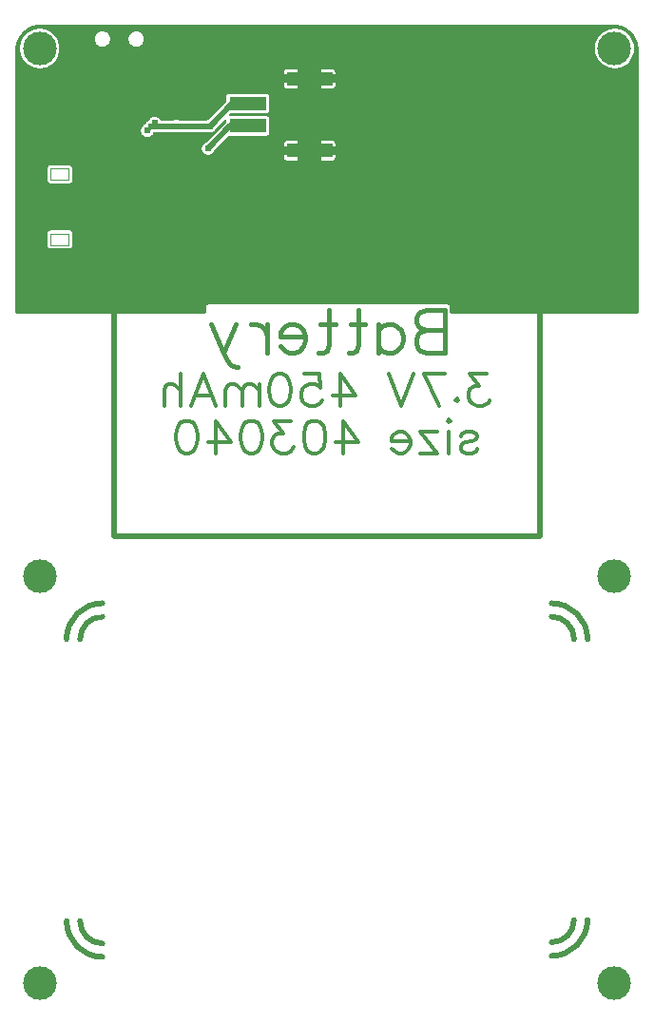
<source format=gbl>
G04 Layer: BottomLayer*
G04 EasyEDA v6.5.23, 2023-05-11 23:14:51*
G04 9144401c2488441e8b95ca08e647d0b0,10*
G04 Gerber Generator version 0.2*
G04 Scale: 100 percent, Rotated: No, Reflected: No *
G04 Dimensions in millimeters *
G04 leading zeros omitted , absolute positions ,4 integer and 5 decimal *
%FSLAX45Y45*%
%MOMM*%

%AMMACRO1*21,1,$1,$2,0,0,$3*%
%ADD10C,0.4000*%
%ADD11C,0.3000*%
%ADD12C,0.5000*%
%ADD13C,0.2540*%
%ADD14MACRO1,1.22X4X-90.0000*%
%ADD15MACRO1,1.2X3.3X-90.0000*%
%ADD16C,0.1000*%
%ADD17C,3.0000*%
%ADD18C,0.6096*%
%ADD19C,0.6100*%
%ADD20C,0.0155*%

%LPD*%
G36*
X36068Y-2599994D02*
G01*
X32156Y-2599232D01*
X28905Y-2597048D01*
X26670Y-2593746D01*
X25908Y-2589834D01*
X25908Y-250748D01*
X26822Y-230022D01*
X29413Y-210667D01*
X33680Y-191566D01*
X39624Y-172974D01*
X47142Y-154940D01*
X56184Y-137617D01*
X66700Y-121158D01*
X78638Y-105664D01*
X91897Y-91287D01*
X106324Y-78079D01*
X121869Y-66243D01*
X138379Y-55778D01*
X155702Y-46786D01*
X173786Y-39319D01*
X192430Y-33477D01*
X211531Y-29260D01*
X230936Y-26771D01*
X250748Y-25908D01*
X5349240Y-25908D01*
X5369966Y-26873D01*
X5389321Y-29464D01*
X5408422Y-33731D01*
X5427014Y-39624D01*
X5445099Y-47142D01*
X5462422Y-56184D01*
X5478881Y-66751D01*
X5494324Y-78638D01*
X5508752Y-91897D01*
X5521909Y-106324D01*
X5533796Y-121869D01*
X5544261Y-138379D01*
X5553252Y-155702D01*
X5560669Y-173786D01*
X5566511Y-192430D01*
X5570728Y-211531D01*
X5573217Y-230936D01*
X5574080Y-250748D01*
X5574080Y-2589834D01*
X5573318Y-2593746D01*
X5571083Y-2597048D01*
X5567832Y-2599232D01*
X5563920Y-2599994D01*
X3906062Y-2599994D01*
X3902151Y-2599232D01*
X3898900Y-2597048D01*
X3896664Y-2593746D01*
X3895902Y-2589834D01*
X3895902Y-2546959D01*
X3895191Y-2540609D01*
X3893261Y-2535174D01*
X3890213Y-2530246D01*
X3886098Y-2526182D01*
X3881221Y-2523083D01*
X3875735Y-2521153D01*
X3869436Y-2520442D01*
X1746910Y-2520442D01*
X1740611Y-2521153D01*
X1735124Y-2523083D01*
X1730248Y-2526182D01*
X1726133Y-2530246D01*
X1723085Y-2535174D01*
X1721154Y-2540609D01*
X1720443Y-2546959D01*
X1720443Y-2589834D01*
X1719681Y-2593746D01*
X1717497Y-2597048D01*
X1714195Y-2599232D01*
X1710283Y-2599994D01*
G37*

%LPC*%
G36*
X1100023Y-222758D02*
G01*
X1110691Y-221945D01*
X1121105Y-219456D01*
X1131062Y-215341D01*
X1140206Y-209702D01*
X1148334Y-202742D01*
X1155293Y-194614D01*
X1160932Y-185470D01*
X1165047Y-175514D01*
X1167536Y-165100D01*
X1168349Y-154432D01*
X1167536Y-143713D01*
X1165047Y-133299D01*
X1160932Y-123342D01*
X1155293Y-114198D01*
X1148334Y-106070D01*
X1140206Y-99110D01*
X1131062Y-93472D01*
X1121105Y-89357D01*
X1110691Y-86868D01*
X1100023Y-86055D01*
X1089304Y-86868D01*
X1078890Y-89357D01*
X1068933Y-93472D01*
X1059789Y-99110D01*
X1051661Y-106070D01*
X1044702Y-114198D01*
X1039063Y-123342D01*
X1034948Y-133299D01*
X1032459Y-143713D01*
X1031646Y-154432D01*
X1032459Y-165100D01*
X1034948Y-175514D01*
X1039063Y-185470D01*
X1044702Y-194614D01*
X1051661Y-202742D01*
X1059789Y-209702D01*
X1068933Y-215341D01*
X1078890Y-219456D01*
X1089304Y-221945D01*
G37*
G36*
X340258Y-2020925D02*
G01*
X499719Y-2020925D01*
X506425Y-2020214D01*
X512572Y-2018233D01*
X518159Y-2015032D01*
X522935Y-2010664D01*
X526745Y-2005482D01*
X529386Y-1999538D01*
X530707Y-1993239D01*
X530910Y-1989734D01*
X530910Y-1890268D01*
X530199Y-1883613D01*
X528218Y-1877466D01*
X525018Y-1871878D01*
X520649Y-1867052D01*
X515467Y-1863242D01*
X509524Y-1860651D01*
X503224Y-1859280D01*
X499719Y-1859127D01*
X340258Y-1859127D01*
X333603Y-1859788D01*
X327456Y-1861769D01*
X321868Y-1865020D01*
X317042Y-1869338D01*
X313232Y-1874570D01*
X310642Y-1880463D01*
X309270Y-1886762D01*
X309118Y-1890268D01*
X309118Y-1989734D01*
X309778Y-1996439D01*
X311759Y-2002586D01*
X315010Y-2008174D01*
X319328Y-2012950D01*
X324561Y-2016760D01*
X330454Y-2019401D01*
X336753Y-2020722D01*
G37*
G36*
X340258Y-1440891D02*
G01*
X499719Y-1440891D01*
X506425Y-1440230D01*
X512572Y-1438249D01*
X518159Y-1434998D01*
X522935Y-1430680D01*
X526745Y-1425448D01*
X529386Y-1419555D01*
X530707Y-1413256D01*
X530910Y-1409750D01*
X530910Y-1310284D01*
X530199Y-1303578D01*
X528218Y-1297432D01*
X525018Y-1291844D01*
X520649Y-1287068D01*
X515467Y-1283258D01*
X509524Y-1280617D01*
X503224Y-1279296D01*
X499719Y-1279093D01*
X340258Y-1279093D01*
X333603Y-1279804D01*
X327456Y-1281785D01*
X321868Y-1284986D01*
X317042Y-1289354D01*
X313232Y-1294536D01*
X310642Y-1300480D01*
X309270Y-1306779D01*
X309118Y-1310284D01*
X309118Y-1409750D01*
X309778Y-1416405D01*
X311759Y-1422552D01*
X315010Y-1428140D01*
X319328Y-1432966D01*
X324561Y-1436776D01*
X330454Y-1439367D01*
X336753Y-1440738D01*
G37*
G36*
X2752140Y-1236929D02*
G01*
X2845206Y-1236929D01*
X2851556Y-1236218D01*
X2856992Y-1234287D01*
X2861919Y-1231188D01*
X2865983Y-1227124D01*
X2869082Y-1222197D01*
X2871012Y-1216761D01*
X2871724Y-1210411D01*
X2871724Y-1186840D01*
X2752140Y-1186840D01*
G37*
G36*
X2446375Y-1236929D02*
G01*
X2539441Y-1236929D01*
X2539441Y-1186840D01*
X2419908Y-1186840D01*
X2419908Y-1210411D01*
X2420620Y-1216761D01*
X2422499Y-1222197D01*
X2425598Y-1227124D01*
X2429662Y-1231188D01*
X2434590Y-1234287D01*
X2440025Y-1236218D01*
G37*
G36*
X1740001Y-1185418D02*
G01*
X1749806Y-1184554D01*
X1759254Y-1182014D01*
X1768195Y-1177848D01*
X1776222Y-1172210D01*
X1783181Y-1165301D01*
X1788820Y-1157224D01*
X1792427Y-1149502D01*
X1794408Y-1146606D01*
X1922170Y-1018895D01*
X1925472Y-1016711D01*
X1929333Y-1015898D01*
X2258415Y-1015898D01*
X2264765Y-1015187D01*
X2270201Y-1013307D01*
X2275128Y-1010208D01*
X2279192Y-1006094D01*
X2282291Y-1001217D01*
X2284222Y-995781D01*
X2284933Y-989431D01*
X2284933Y-870559D01*
X2284222Y-864260D01*
X2282291Y-858774D01*
X2279192Y-853897D01*
X2275128Y-849782D01*
X2270201Y-846734D01*
X2264765Y-844803D01*
X2258415Y-844092D01*
X1938832Y-844092D01*
X1934921Y-843330D01*
X1931619Y-841146D01*
X1929434Y-837844D01*
X1928672Y-833932D01*
X1929434Y-830071D01*
X1931619Y-826769D01*
X1939493Y-818896D01*
X1942795Y-816711D01*
X1946706Y-815898D01*
X2258415Y-815898D01*
X2264765Y-815187D01*
X2270201Y-813308D01*
X2275128Y-810209D01*
X2279192Y-806094D01*
X2282291Y-801217D01*
X2284222Y-795782D01*
X2284933Y-789432D01*
X2284933Y-670560D01*
X2284222Y-664260D01*
X2282291Y-658774D01*
X2279192Y-653897D01*
X2275128Y-649782D01*
X2270201Y-646734D01*
X2264765Y-644804D01*
X2258415Y-644093D01*
X1929587Y-644093D01*
X1923237Y-644804D01*
X1917801Y-646734D01*
X1912874Y-649782D01*
X1908810Y-653897D01*
X1905711Y-658774D01*
X1903831Y-664260D01*
X1903120Y-670560D01*
X1903120Y-707085D01*
X1902307Y-710996D01*
X1900123Y-714298D01*
X1737817Y-876604D01*
X1733804Y-879144D01*
X1729486Y-880110D01*
X1485900Y-880110D01*
X1481582Y-879144D01*
X1479245Y-878078D01*
X1469796Y-875537D01*
X1459992Y-874674D01*
X1450187Y-875537D01*
X1440738Y-878078D01*
X1438402Y-879144D01*
X1434084Y-880110D01*
X1321155Y-880110D01*
X1317955Y-879602D01*
X1315059Y-878078D01*
X1312824Y-875792D01*
X1307338Y-867918D01*
X1300378Y-860958D01*
X1292352Y-855319D01*
X1283411Y-851204D01*
X1273962Y-848664D01*
X1264158Y-847801D01*
X1254353Y-848664D01*
X1244904Y-851204D01*
X1235964Y-855319D01*
X1227937Y-860958D01*
X1220978Y-867918D01*
X1215339Y-875944D01*
X1213002Y-881024D01*
X1210970Y-883919D01*
X1208074Y-885952D01*
X1202994Y-888288D01*
X1194968Y-893927D01*
X1188008Y-900887D01*
X1182370Y-908913D01*
X1179830Y-914400D01*
X1177798Y-917295D01*
X1174902Y-919327D01*
X1169416Y-921867D01*
X1161389Y-927506D01*
X1154430Y-934466D01*
X1148791Y-942492D01*
X1144676Y-951433D01*
X1142136Y-960882D01*
X1141272Y-970686D01*
X1142136Y-980490D01*
X1144676Y-989939D01*
X1148791Y-998880D01*
X1154430Y-1006906D01*
X1161389Y-1013866D01*
X1169416Y-1019505D01*
X1178356Y-1023619D01*
X1187805Y-1026160D01*
X1197610Y-1027023D01*
X1207414Y-1026160D01*
X1216863Y-1023619D01*
X1225804Y-1019505D01*
X1233830Y-1013866D01*
X1240790Y-1006906D01*
X1246428Y-998880D01*
X1248968Y-993394D01*
X1251000Y-990498D01*
X1253896Y-988466D01*
X1259382Y-985926D01*
X1262430Y-983742D01*
X1265224Y-982370D01*
X1268272Y-981913D01*
X1434084Y-981913D01*
X1438402Y-982878D01*
X1440738Y-983945D01*
X1450187Y-986485D01*
X1459992Y-987348D01*
X1469796Y-986485D01*
X1479245Y-983945D01*
X1481582Y-982878D01*
X1485900Y-981913D01*
X1729486Y-981913D01*
X1733804Y-982878D01*
X1736140Y-983945D01*
X1745589Y-986485D01*
X1755393Y-987348D01*
X1765198Y-986485D01*
X1774647Y-983945D01*
X1783588Y-979830D01*
X1791614Y-974191D01*
X1798574Y-967232D01*
X1804212Y-959205D01*
X1807819Y-951484D01*
X1809800Y-948588D01*
X1885746Y-872642D01*
X1889048Y-870458D01*
X1892960Y-869645D01*
X1896821Y-870458D01*
X1900123Y-872642D01*
X1902307Y-875944D01*
X1903120Y-879805D01*
X1903120Y-889762D01*
X1902307Y-893622D01*
X1900123Y-896924D01*
X1722424Y-1074623D01*
X1719529Y-1076655D01*
X1711807Y-1080262D01*
X1703781Y-1085900D01*
X1696821Y-1092809D01*
X1691182Y-1100886D01*
X1687068Y-1109776D01*
X1684528Y-1119276D01*
X1683664Y-1129080D01*
X1684528Y-1138834D01*
X1687068Y-1148334D01*
X1691182Y-1157224D01*
X1696821Y-1165301D01*
X1703781Y-1172210D01*
X1711807Y-1177848D01*
X1720748Y-1182014D01*
X1730197Y-1184554D01*
G37*
G36*
X2752140Y-1113180D02*
G01*
X2871724Y-1113180D01*
X2871724Y-1089558D01*
X2871012Y-1083259D01*
X2869082Y-1077772D01*
X2865983Y-1072896D01*
X2861919Y-1068781D01*
X2856992Y-1065733D01*
X2851556Y-1063802D01*
X2845206Y-1063091D01*
X2752140Y-1063091D01*
G37*
G36*
X2419908Y-1113180D02*
G01*
X2539441Y-1113180D01*
X2539441Y-1063091D01*
X2446375Y-1063091D01*
X2440025Y-1063802D01*
X2434590Y-1065733D01*
X2429662Y-1068781D01*
X2425598Y-1072896D01*
X2422499Y-1077772D01*
X2420620Y-1083259D01*
X2419908Y-1089558D01*
G37*
G36*
X799998Y-222808D02*
G01*
X810717Y-221996D01*
X821131Y-219506D01*
X831037Y-215392D01*
X840181Y-209753D01*
X848360Y-202793D01*
X855319Y-194665D01*
X860907Y-185521D01*
X865022Y-175564D01*
X867511Y-165150D01*
X868375Y-154482D01*
X867511Y-143764D01*
X865022Y-133350D01*
X860907Y-123393D01*
X855319Y-114249D01*
X848360Y-106121D01*
X840181Y-99161D01*
X831037Y-93522D01*
X821131Y-89408D01*
X810717Y-86918D01*
X799998Y-86106D01*
X789279Y-86918D01*
X778865Y-89408D01*
X768959Y-93522D01*
X759815Y-99161D01*
X751636Y-106121D01*
X744677Y-114249D01*
X739089Y-123393D01*
X734974Y-133350D01*
X732485Y-143764D01*
X731621Y-154482D01*
X732485Y-165150D01*
X734974Y-175564D01*
X739089Y-185521D01*
X744677Y-194665D01*
X751636Y-202793D01*
X759815Y-209753D01*
X768959Y-215392D01*
X778865Y-219506D01*
X789279Y-221996D01*
G37*
G36*
X5364530Y-415848D02*
G01*
X5382564Y-414426D01*
X5400395Y-411175D01*
X5417769Y-406146D01*
X5434533Y-399288D01*
X5450535Y-390804D01*
X5465572Y-380695D01*
X5479440Y-369112D01*
X5492089Y-356108D01*
X5503367Y-341934D01*
X5513070Y-326644D01*
X5521147Y-310438D01*
X5527548Y-293471D01*
X5532170Y-275996D01*
X5534964Y-258114D01*
X5535879Y-240029D01*
X5534964Y-221894D01*
X5532170Y-204012D01*
X5527548Y-186537D01*
X5521147Y-169570D01*
X5513070Y-153365D01*
X5503367Y-138074D01*
X5492089Y-123901D01*
X5479440Y-110896D01*
X5465572Y-99314D01*
X5450535Y-89204D01*
X5434533Y-80721D01*
X5417769Y-73863D01*
X5400395Y-68834D01*
X5382564Y-65582D01*
X5364530Y-64160D01*
X5346395Y-64617D01*
X5328462Y-66954D01*
X5310835Y-71120D01*
X5293715Y-77063D01*
X5277307Y-84734D01*
X5261813Y-94081D01*
X5247284Y-104952D01*
X5234025Y-117246D01*
X5222036Y-130860D01*
X5211572Y-145592D01*
X5202631Y-161340D01*
X5195417Y-177952D01*
X5189880Y-195224D01*
X5186172Y-212953D01*
X5184343Y-230936D01*
X5184343Y-249072D01*
X5186172Y-267055D01*
X5189880Y-284784D01*
X5195417Y-302056D01*
X5202631Y-318668D01*
X5211572Y-334416D01*
X5222036Y-349148D01*
X5234025Y-362762D01*
X5247284Y-375056D01*
X5261813Y-385927D01*
X5277307Y-395274D01*
X5293715Y-402945D01*
X5310835Y-408889D01*
X5328462Y-413054D01*
X5346395Y-415391D01*
G37*
G36*
X244551Y-415848D02*
G01*
X262585Y-414426D01*
X280416Y-411175D01*
X297789Y-406146D01*
X314553Y-399288D01*
X330555Y-390804D01*
X345592Y-380695D01*
X359460Y-369112D01*
X372110Y-356108D01*
X383387Y-341934D01*
X393090Y-326644D01*
X401167Y-310438D01*
X407568Y-293471D01*
X412191Y-275996D01*
X414985Y-258114D01*
X415899Y-240029D01*
X414985Y-221894D01*
X412191Y-204012D01*
X407568Y-186537D01*
X401167Y-169570D01*
X393090Y-153365D01*
X383387Y-138074D01*
X372110Y-123901D01*
X359460Y-110896D01*
X345592Y-99314D01*
X330555Y-89204D01*
X314553Y-80721D01*
X297789Y-73863D01*
X280416Y-68834D01*
X262585Y-65582D01*
X244551Y-64160D01*
X226415Y-64617D01*
X208483Y-66954D01*
X190855Y-71120D01*
X173736Y-77063D01*
X157327Y-84734D01*
X141833Y-94081D01*
X127304Y-104952D01*
X114046Y-117246D01*
X102057Y-130860D01*
X91592Y-145592D01*
X82651Y-161340D01*
X75438Y-177952D01*
X69900Y-195224D01*
X66192Y-212953D01*
X64363Y-230936D01*
X64363Y-249072D01*
X66192Y-267055D01*
X69900Y-284784D01*
X75438Y-302056D01*
X82651Y-318668D01*
X91592Y-334416D01*
X102057Y-349148D01*
X114046Y-362762D01*
X127304Y-375056D01*
X141833Y-385927D01*
X157327Y-395274D01*
X173736Y-402945D01*
X190855Y-408889D01*
X208483Y-413054D01*
X226415Y-415391D01*
G37*
G36*
X2419908Y-473151D02*
G01*
X2539441Y-473151D01*
X2539441Y-423113D01*
X2446375Y-423113D01*
X2440025Y-423824D01*
X2434590Y-425704D01*
X2429662Y-428802D01*
X2425598Y-432866D01*
X2422499Y-437794D01*
X2420620Y-443230D01*
X2419908Y-449580D01*
G37*
G36*
X2752140Y-473151D02*
G01*
X2871724Y-473151D01*
X2871724Y-449580D01*
X2871012Y-443230D01*
X2869082Y-437794D01*
X2865983Y-432866D01*
X2861919Y-428802D01*
X2856992Y-425704D01*
X2851556Y-423824D01*
X2845206Y-423113D01*
X2752140Y-423113D01*
G37*
G36*
X2752140Y-596900D02*
G01*
X2845206Y-596900D01*
X2851556Y-596188D01*
X2856992Y-594309D01*
X2861919Y-591210D01*
X2865983Y-587095D01*
X2869082Y-582218D01*
X2871012Y-576732D01*
X2871724Y-570433D01*
X2871724Y-546862D01*
X2752140Y-546862D01*
G37*
G36*
X2446375Y-596900D02*
G01*
X2539441Y-596900D01*
X2539441Y-546862D01*
X2419908Y-546862D01*
X2419908Y-570433D01*
X2420620Y-576732D01*
X2422499Y-582218D01*
X2425598Y-587095D01*
X2429662Y-591210D01*
X2434590Y-594309D01*
X2440025Y-596188D01*
G37*

%LPD*%
D10*
X3849992Y-2566357D02*
G01*
X3849992Y-2948175D01*
X3849992Y-2566357D02*
G01*
X3686355Y-2566357D01*
X3631811Y-2584541D01*
X3613630Y-2602722D01*
X3595446Y-2639085D01*
X3595446Y-2675448D01*
X3613630Y-2711813D01*
X3631811Y-2729994D01*
X3686355Y-2748175D01*
X3849992Y-2748175D02*
G01*
X3686355Y-2748175D01*
X3631811Y-2766357D01*
X3613630Y-2784541D01*
X3595446Y-2820903D01*
X3595446Y-2875447D01*
X3613630Y-2911812D01*
X3631811Y-2929994D01*
X3686355Y-2948175D01*
X3849992Y-2948175D01*
X3257265Y-2693631D02*
G01*
X3257265Y-2948175D01*
X3257265Y-2748175D02*
G01*
X3293630Y-2711813D01*
X3329993Y-2693631D01*
X3384539Y-2693631D01*
X3420902Y-2711813D01*
X3457265Y-2748175D01*
X3475446Y-2802722D01*
X3475446Y-2839085D01*
X3457265Y-2893631D01*
X3420902Y-2929994D01*
X3384539Y-2948175D01*
X3329993Y-2948175D01*
X3293630Y-2929994D01*
X3257265Y-2893631D01*
X3082721Y-2566357D02*
G01*
X3082721Y-2875447D01*
X3064540Y-2929994D01*
X3028175Y-2948175D01*
X2991812Y-2948175D01*
X3137265Y-2693631D02*
G01*
X3009993Y-2693631D01*
X2817266Y-2566357D02*
G01*
X2817266Y-2875447D01*
X2799085Y-2929994D01*
X2762722Y-2948175D01*
X2726357Y-2948175D01*
X2871812Y-2693631D02*
G01*
X2744541Y-2693631D01*
X2606357Y-2802722D02*
G01*
X2388176Y-2802722D01*
X2388176Y-2766357D01*
X2406357Y-2729994D01*
X2424541Y-2711813D01*
X2460904Y-2693631D01*
X2515448Y-2693631D01*
X2551813Y-2711813D01*
X2588176Y-2748175D01*
X2606357Y-2802722D01*
X2606357Y-2839085D01*
X2588176Y-2893631D01*
X2551813Y-2929994D01*
X2515448Y-2948175D01*
X2460904Y-2948175D01*
X2424541Y-2929994D01*
X2388176Y-2893631D01*
X2268176Y-2693631D02*
G01*
X2268176Y-2948175D01*
X2268176Y-2802722D02*
G01*
X2249995Y-2748175D01*
X2213632Y-2711813D01*
X2177267Y-2693631D01*
X2122723Y-2693631D01*
X1984542Y-2693631D02*
G01*
X1875449Y-2948175D01*
X1766359Y-2693631D02*
G01*
X1875449Y-2948175D01*
X1911814Y-3020903D01*
X1948177Y-3057265D01*
X1984542Y-3075447D01*
X2002723Y-3075447D01*
D11*
X4222719Y-3137265D02*
G01*
X4072719Y-3137265D01*
X4154538Y-3246356D01*
X4113629Y-3246356D01*
X4086354Y-3259993D01*
X4072719Y-3273630D01*
X4059082Y-3314539D01*
X4059082Y-3341811D01*
X4072719Y-3382721D01*
X4099991Y-3409993D01*
X4140901Y-3423630D01*
X4181810Y-3423630D01*
X4222719Y-3409993D01*
X4236354Y-3396355D01*
X4249991Y-3369083D01*
X3955445Y-3355446D02*
G01*
X3969082Y-3369083D01*
X3955445Y-3382721D01*
X3941810Y-3369083D01*
X3955445Y-3355446D01*
X3660902Y-3137265D02*
G01*
X3797264Y-3423630D01*
X3851810Y-3137265D02*
G01*
X3660902Y-3137265D01*
X3570902Y-3137265D02*
G01*
X3461811Y-3423630D01*
X3352721Y-3137265D02*
G01*
X3461811Y-3423630D01*
X2916356Y-3137265D02*
G01*
X3052721Y-3328174D01*
X2848175Y-3328174D01*
X2916356Y-3137265D02*
G01*
X2916356Y-3423630D01*
X2594541Y-3137265D02*
G01*
X2730903Y-3137265D01*
X2744541Y-3259993D01*
X2730903Y-3246356D01*
X2689994Y-3232721D01*
X2649085Y-3232721D01*
X2608176Y-3246356D01*
X2580904Y-3273630D01*
X2567266Y-3314539D01*
X2567266Y-3341811D01*
X2580904Y-3382721D01*
X2608176Y-3409993D01*
X2649085Y-3423630D01*
X2689994Y-3423630D01*
X2730903Y-3409993D01*
X2744541Y-3396355D01*
X2758175Y-3369083D01*
X2395448Y-3137265D02*
G01*
X2436357Y-3150903D01*
X2463632Y-3191812D01*
X2477267Y-3259993D01*
X2477267Y-3300902D01*
X2463632Y-3369083D01*
X2436357Y-3409993D01*
X2395448Y-3423630D01*
X2368176Y-3423630D01*
X2327267Y-3409993D01*
X2299995Y-3369083D01*
X2286358Y-3300902D01*
X2286358Y-3259993D01*
X2299995Y-3191812D01*
X2327267Y-3150903D01*
X2368176Y-3137265D01*
X2395448Y-3137265D01*
X2196358Y-3232721D02*
G01*
X2196358Y-3423630D01*
X2196358Y-3287265D02*
G01*
X2155449Y-3246356D01*
X2128177Y-3232721D01*
X2087267Y-3232721D01*
X2059995Y-3246356D01*
X2046358Y-3287265D01*
X2046358Y-3423630D01*
X2046358Y-3287265D02*
G01*
X2005449Y-3246356D01*
X1978177Y-3232721D01*
X1937268Y-3232721D01*
X1909996Y-3246356D01*
X1896358Y-3287265D01*
X1896358Y-3423630D01*
X1697268Y-3137265D02*
G01*
X1806359Y-3423630D01*
X1697268Y-3137265D02*
G01*
X1588178Y-3423630D01*
X1765449Y-3328174D02*
G01*
X1629087Y-3328174D01*
X1498178Y-3137265D02*
G01*
X1498178Y-3423630D01*
X1498178Y-3287265D02*
G01*
X1457269Y-3246356D01*
X1429997Y-3232721D01*
X1389087Y-3232721D01*
X1361815Y-3246356D01*
X1348178Y-3287265D01*
X1348178Y-3423630D01*
X3989992Y-3693629D02*
G01*
X4003629Y-3666355D01*
X4044538Y-3652720D01*
X4085445Y-3652720D01*
X4126354Y-3666355D01*
X4139991Y-3693629D01*
X4126354Y-3720901D01*
X4099082Y-3734539D01*
X4030901Y-3748173D01*
X4003629Y-3761811D01*
X3989992Y-3789083D01*
X3989992Y-3802720D01*
X4003629Y-3829992D01*
X4044538Y-3843629D01*
X4085445Y-3843629D01*
X4126354Y-3829992D01*
X4139991Y-3802720D01*
X3899992Y-3557264D02*
G01*
X3886354Y-3570902D01*
X3872720Y-3557264D01*
X3886354Y-3543630D01*
X3899992Y-3557264D01*
X3886354Y-3652720D02*
G01*
X3886354Y-3843629D01*
X3632720Y-3652720D02*
G01*
X3782720Y-3843629D01*
X3782720Y-3652720D02*
G01*
X3632720Y-3652720D01*
X3782720Y-3843629D02*
G01*
X3632720Y-3843629D01*
X3542720Y-3734539D02*
G01*
X3379083Y-3734539D01*
X3379083Y-3707264D01*
X3392721Y-3679992D01*
X3406355Y-3666355D01*
X3433630Y-3652720D01*
X3474539Y-3652720D01*
X3501811Y-3666355D01*
X3529083Y-3693629D01*
X3542720Y-3734539D01*
X3542720Y-3761811D01*
X3529083Y-3802720D01*
X3501811Y-3829992D01*
X3474539Y-3843629D01*
X3433630Y-3843629D01*
X3406355Y-3829992D01*
X3379083Y-3802720D01*
X2942722Y-3557264D02*
G01*
X3079084Y-3748173D01*
X2874540Y-3748173D01*
X2942722Y-3557264D02*
G01*
X2942722Y-3843629D01*
X2702722Y-3557264D02*
G01*
X2743631Y-3570902D01*
X2770903Y-3611811D01*
X2784541Y-3679992D01*
X2784541Y-3720901D01*
X2770903Y-3789083D01*
X2743631Y-3829992D01*
X2702722Y-3843629D01*
X2675448Y-3843629D01*
X2634541Y-3829992D01*
X2607266Y-3789083D01*
X2593632Y-3720901D01*
X2593632Y-3679992D01*
X2607266Y-3611811D01*
X2634541Y-3570902D01*
X2675448Y-3557264D01*
X2702722Y-3557264D01*
X2476357Y-3557264D02*
G01*
X2326358Y-3557264D01*
X2408176Y-3666355D01*
X2367267Y-3666355D01*
X2339995Y-3679992D01*
X2326358Y-3693629D01*
X2312723Y-3734539D01*
X2312723Y-3761811D01*
X2326358Y-3802720D01*
X2353632Y-3829992D01*
X2394541Y-3843629D01*
X2435448Y-3843629D01*
X2476357Y-3829992D01*
X2489995Y-3816355D01*
X2503632Y-3789083D01*
X2140905Y-3557264D02*
G01*
X2181814Y-3570902D01*
X2209086Y-3611811D01*
X2222723Y-3679992D01*
X2222723Y-3720901D01*
X2209086Y-3789083D01*
X2181814Y-3829992D01*
X2140905Y-3843629D01*
X2113633Y-3843629D01*
X2072723Y-3829992D01*
X2045449Y-3789083D01*
X2031814Y-3720901D01*
X2031814Y-3679992D01*
X2045449Y-3611811D01*
X2072723Y-3570902D01*
X2113633Y-3557264D01*
X2140905Y-3557264D01*
X1805449Y-3557264D02*
G01*
X1941814Y-3748173D01*
X1737268Y-3748173D01*
X1805449Y-3557264D02*
G01*
X1805449Y-3843629D01*
X1565450Y-3557264D02*
G01*
X1606359Y-3570902D01*
X1633634Y-3611811D01*
X1647268Y-3679992D01*
X1647268Y-3720901D01*
X1633634Y-3789083D01*
X1606359Y-3829992D01*
X1565450Y-3843629D01*
X1538178Y-3843629D01*
X1497269Y-3829992D01*
X1469997Y-3789083D01*
X1456359Y-3720901D01*
X1456359Y-3679992D01*
X1469997Y-3611811D01*
X1497269Y-3570902D01*
X1538178Y-3557264D01*
X1565450Y-3557264D01*
D12*
X1755388Y-931003D02*
G01*
X1264208Y-931003D01*
X1264208Y-904079D01*
X2094103Y-729988D02*
G01*
X1956401Y-729988D01*
X1755386Y-931003D01*
D13*
X1264150Y-904138D02*
G01*
X1197599Y-970688D01*
D12*
X2094103Y-929987D02*
G01*
X1939051Y-929987D01*
X1739993Y-1129045D01*
D14*
G01*
X2645798Y-509998D03*
D15*
G01*
X2094007Y-929998D03*
G01*
X2094007Y-729998D03*
D14*
G01*
X2645798Y-1149997D03*
D12*
G75*
G01*
X4799983Y-5299989D02*
G02*
X4999982Y-5499989I0J-200000D01*
G75*
G01*
X799998Y-5179990D02*
G03*
X479999Y-5499989I0J-319999D01*
G75*
G01*
X4799983Y-5179990D02*
G02*
X5119982Y-5499989I0J-319999D01*
G75*
G01*
X4799980Y-8199984D02*
G03*
X4999980Y-7999984I0J200000D01*
G75*
G01*
X799998Y-8209989D02*
G02*
X599999Y-8009989I0J200000D01*
G75*
G01*
X799998Y-5299989D02*
G03*
X599999Y-5499989I0J-200000D01*
G75*
G01*
X4799980Y-8319983D02*
G03*
X5119980Y-7999984I0J319999D01*
G75*
G01*
X799998Y-8329988D02*
G02*
X479999Y-8009989I0J319999D01*
D16*
X340004Y-1309997D02*
G01*
X499999Y-1309997D01*
X499999Y-1409997D01*
X340004Y-1409997D01*
X340004Y-1309997D01*
X340004Y-1890006D02*
G01*
X499999Y-1890006D01*
X499999Y-1990006D01*
X340004Y-1990006D01*
X340004Y-1890006D01*
D12*
X899998Y-1779998D02*
G01*
X4699990Y-1779998D01*
X4699990Y-4579993D01*
X899998Y-4579993D01*
X899998Y-1779998D01*
D17*
G01*
X240004Y-8559995D03*
G01*
X5359984Y-8559995D03*
G01*
X240004Y-4939987D03*
G01*
X5359984Y-4939987D03*
G01*
X5359984Y-239996D03*
G01*
X240004Y-239996D03*
D18*
G01*
X1231188Y-937099D03*
G01*
X1197610Y-970678D03*
G01*
X1264157Y-904130D03*
D19*
G01*
X926388Y-1381599D03*
D18*
G01*
X1755394Y-931003D03*
G01*
X1740001Y-1129047D03*
G01*
X1710004Y-1990006D03*
G01*
X1799996Y-1990006D03*
G01*
X1799996Y-2099988D03*
G01*
X1710004Y-2099988D03*
G01*
X1710004Y-2209995D03*
G01*
X1799996Y-2209995D03*
G01*
X1270000Y-1269992D03*
G01*
X1270000Y-1399989D03*
G01*
X1270000Y-1529986D03*
G01*
X1459992Y-931003D03*
M02*

</source>
